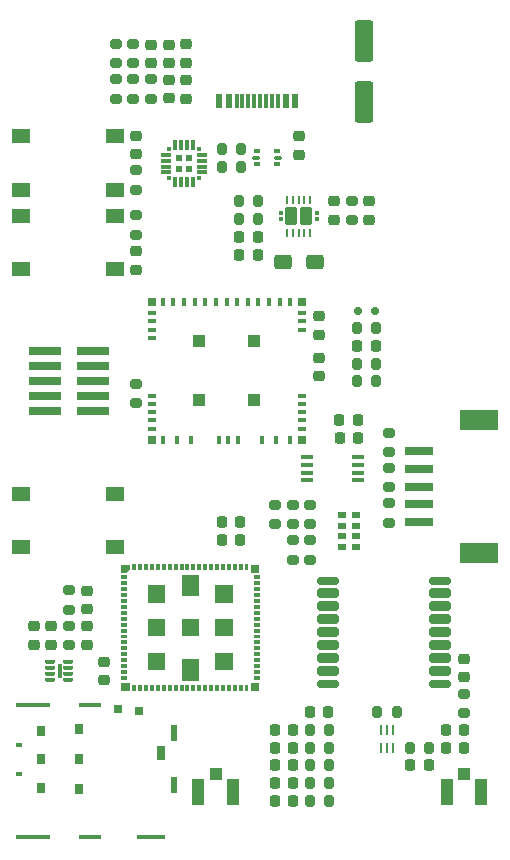
<source format=gtp>
G04 #@! TF.GenerationSoftware,KiCad,Pcbnew,9.0.7*
G04 #@! TF.CreationDate,2026-02-19T12:47:42+01:00*
G04 #@! TF.ProjectId,FishIoT,46697368-496f-4542-9e6b-696361645f70,version 26.0*
G04 #@! TF.SameCoordinates,Original*
G04 #@! TF.FileFunction,Paste,Top*
G04 #@! TF.FilePolarity,Positive*
%FSLAX46Y46*%
G04 Gerber Fmt 4.6, Leading zero omitted, Abs format (unit mm)*
G04 Created by KiCad (PCBNEW 9.0.7) date 2026-02-19 12:47:42*
%MOMM*%
%LPD*%
G01*
G04 APERTURE LIST*
G04 Aperture macros list*
%AMRoundRect*
0 Rectangle with rounded corners*
0 $1 Rounding radius*
0 $2 $3 $4 $5 $6 $7 $8 $9 X,Y pos of 4 corners*
0 Add a 4 corners polygon primitive as box body*
4,1,4,$2,$3,$4,$5,$6,$7,$8,$9,$2,$3,0*
0 Add four circle primitives for the rounded corners*
1,1,$1+$1,$2,$3*
1,1,$1+$1,$4,$5*
1,1,$1+$1,$6,$7*
1,1,$1+$1,$8,$9*
0 Add four rect primitives between the rounded corners*
20,1,$1+$1,$2,$3,$4,$5,0*
20,1,$1+$1,$4,$5,$6,$7,0*
20,1,$1+$1,$6,$7,$8,$9,0*
20,1,$1+$1,$8,$9,$2,$3,0*%
G04 Aperture macros list end*
%ADD10C,0.010000*%
%ADD11RoundRect,0.250000X0.550000X-1.500000X0.550000X1.500000X-0.550000X1.500000X-0.550000X-1.500000X0*%
%ADD12RoundRect,0.225000X-0.225000X-0.250000X0.225000X-0.250000X0.225000X0.250000X-0.225000X0.250000X0*%
%ADD13R,1.550000X1.300000*%
%ADD14RoundRect,0.218750X-0.218750X-0.256250X0.218750X-0.256250X0.218750X0.256250X-0.218750X0.256250X0*%
%ADD15RoundRect,0.225000X0.225000X0.250000X-0.225000X0.250000X-0.225000X-0.250000X0.225000X-0.250000X0*%
%ADD16R,0.254000X0.812800*%
%ADD17RoundRect,0.218750X0.218750X0.256250X-0.218750X0.256250X-0.218750X-0.256250X0.218750X-0.256250X0*%
%ADD18RoundRect,0.200000X0.275000X-0.200000X0.275000X0.200000X-0.275000X0.200000X-0.275000X-0.200000X0*%
%ADD19RoundRect,0.225000X0.250000X-0.225000X0.250000X0.225000X-0.250000X0.225000X-0.250000X-0.225000X0*%
%ADD20RoundRect,0.200000X-0.200000X-0.275000X0.200000X-0.275000X0.200000X0.275000X-0.200000X0.275000X0*%
%ADD21RoundRect,0.200000X-0.275000X0.200000X-0.275000X-0.200000X0.275000X-0.200000X0.275000X0.200000X0*%
%ADD22RoundRect,0.225000X-0.250000X0.225000X-0.250000X-0.225000X0.250000X-0.225000X0.250000X0.225000X0*%
%ADD23R,0.540000X0.540000*%
%ADD24R,0.300000X0.300000*%
%ADD25R,0.900000X0.300000*%
%ADD26R,0.300000X0.900000*%
%ADD27RoundRect,0.150000X-0.150000X-0.200000X0.150000X-0.200000X0.150000X0.200000X-0.150000X0.200000X0*%
%ADD28RoundRect,0.200000X0.200000X0.275000X-0.200000X0.275000X-0.200000X-0.275000X0.200000X-0.275000X0*%
%ADD29RoundRect,0.250000X-0.500000X-0.350000X0.500000X-0.350000X0.500000X0.350000X-0.500000X0.350000X0*%
%ADD30R,0.700000X0.900000*%
%ADD31R,0.700000X0.700000*%
%ADD32R,0.650000X1.200000*%
%ADD33R,2.900000X0.450000*%
%ADD34R,1.900000X0.450000*%
%ADD35R,0.700000X0.750000*%
%ADD36R,0.500000X1.400000*%
%ADD37R,2.400000X0.450000*%
%ADD38R,0.600000X0.300000*%
%ADD39RoundRect,0.093750X0.156250X0.093750X-0.156250X0.093750X-0.156250X-0.093750X0.156250X-0.093750X0*%
%ADD40RoundRect,0.075000X0.250000X0.075000X-0.250000X0.075000X-0.250000X-0.075000X0.250000X-0.075000X0*%
%ADD41R,2.795000X0.740000*%
%ADD42RoundRect,0.218750X0.256250X-0.218750X0.256250X0.218750X-0.256250X0.218750X-0.256250X-0.218750X0*%
%ADD43R,1.000000X1.050000*%
%ADD44R,1.050000X2.200000*%
%ADD45R,0.800000X0.500000*%
%ADD46R,0.400000X0.800000*%
%ADD47R,0.800000X0.400000*%
%ADD48R,0.800000X0.800000*%
%ADD49R,1.000000X1.000000*%
%ADD50RoundRect,0.025000X0.145000X-0.100000X0.145000X0.100000X-0.145000X0.100000X-0.145000X-0.100000X0*%
%ADD51RoundRect,0.106000X0.424000X-0.644000X0.424000X0.644000X-0.424000X0.644000X-0.424000X-0.644000X0*%
%ADD52RoundRect,0.060000X0.060000X-0.240000X0.060000X0.240000X-0.060000X0.240000X-0.060000X-0.240000X0*%
%ADD53RoundRect,0.218750X-0.256250X0.218750X-0.256250X-0.218750X0.256250X-0.218750X0.256250X0.218750X0*%
%ADD54RoundRect,0.175000X-0.725000X-0.175000X0.725000X-0.175000X0.725000X0.175000X-0.725000X0.175000X0*%
%ADD55RoundRect,0.200000X-0.700000X-0.200000X0.700000X-0.200000X0.700000X0.200000X-0.700000X0.200000X0*%
%ADD56R,0.600000X1.150000*%
%ADD57R,0.300000X1.150000*%
%ADD58RoundRect,0.008100X-0.376900X-0.126900X0.376900X-0.126900X0.376900X0.126900X-0.376900X0.126900X0*%
%ADD59R,2.400000X0.800000*%
%ADD60R,3.300000X1.800000*%
%ADD61R,1.100000X0.400000*%
G04 APERTURE END LIST*
D10*
X96850000Y-85040000D02*
X96590000Y-85040000D01*
X96590000Y-83960000D01*
X96850000Y-83960000D01*
X96850000Y-85040000D01*
G36*
X96850000Y-85040000D02*
G01*
X96590000Y-85040000D01*
X96590000Y-83960000D01*
X96850000Y-83960000D01*
X96850000Y-85040000D01*
G37*
X102400000Y-76675000D02*
X101950000Y-76675000D01*
X101950000Y-76425000D01*
X102400000Y-76425000D01*
X102400000Y-76675000D01*
G36*
X102400000Y-76675000D02*
G01*
X101950000Y-76675000D01*
X101950000Y-76425000D01*
X102400000Y-76425000D01*
X102400000Y-76675000D01*
G37*
X102400000Y-77175000D02*
X101950000Y-77175000D01*
X101950000Y-76925000D01*
X102400000Y-76925000D01*
X102400000Y-77175000D01*
G36*
X102400000Y-77175000D02*
G01*
X101950000Y-77175000D01*
X101950000Y-76925000D01*
X102400000Y-76925000D01*
X102400000Y-77175000D01*
G37*
X102400000Y-77675000D02*
X101950000Y-77675000D01*
X101950000Y-77425000D01*
X102400000Y-77425000D01*
X102400000Y-77675000D01*
G36*
X102400000Y-77675000D02*
G01*
X101950000Y-77675000D01*
X101950000Y-77425000D01*
X102400000Y-77425000D01*
X102400000Y-77675000D01*
G37*
X102400000Y-78175000D02*
X101950000Y-78175000D01*
X101950000Y-77925000D01*
X102400000Y-77925000D01*
X102400000Y-78175000D01*
G36*
X102400000Y-78175000D02*
G01*
X101950000Y-78175000D01*
X101950000Y-77925000D01*
X102400000Y-77925000D01*
X102400000Y-78175000D01*
G37*
X102400000Y-78675000D02*
X101950000Y-78675000D01*
X101950000Y-78425000D01*
X102400000Y-78425000D01*
X102400000Y-78675000D01*
G36*
X102400000Y-78675000D02*
G01*
X101950000Y-78675000D01*
X101950000Y-78425000D01*
X102400000Y-78425000D01*
X102400000Y-78675000D01*
G37*
X102400000Y-79175000D02*
X101950000Y-79175000D01*
X101950000Y-78925000D01*
X102400000Y-78925000D01*
X102400000Y-79175000D01*
G36*
X102400000Y-79175000D02*
G01*
X101950000Y-79175000D01*
X101950000Y-78925000D01*
X102400000Y-78925000D01*
X102400000Y-79175000D01*
G37*
X102400000Y-79675000D02*
X101950000Y-79675000D01*
X101950000Y-79425000D01*
X102400000Y-79425000D01*
X102400000Y-79675000D01*
G36*
X102400000Y-79675000D02*
G01*
X101950000Y-79675000D01*
X101950000Y-79425000D01*
X102400000Y-79425000D01*
X102400000Y-79675000D01*
G37*
X102400000Y-80175000D02*
X101950000Y-80175000D01*
X101950000Y-79925000D01*
X102400000Y-79925000D01*
X102400000Y-80175000D01*
G36*
X102400000Y-80175000D02*
G01*
X101950000Y-80175000D01*
X101950000Y-79925000D01*
X102400000Y-79925000D01*
X102400000Y-80175000D01*
G37*
X102400000Y-80675000D02*
X101950000Y-80675000D01*
X101950000Y-80425000D01*
X102400000Y-80425000D01*
X102400000Y-80675000D01*
G36*
X102400000Y-80675000D02*
G01*
X101950000Y-80675000D01*
X101950000Y-80425000D01*
X102400000Y-80425000D01*
X102400000Y-80675000D01*
G37*
X102400000Y-81175000D02*
X101950000Y-81175000D01*
X101950000Y-80925000D01*
X102400000Y-80925000D01*
X102400000Y-81175000D01*
G36*
X102400000Y-81175000D02*
G01*
X101950000Y-81175000D01*
X101950000Y-80925000D01*
X102400000Y-80925000D01*
X102400000Y-81175000D01*
G37*
X102400000Y-81675000D02*
X101950000Y-81675000D01*
X101950000Y-81425000D01*
X102400000Y-81425000D01*
X102400000Y-81675000D01*
G36*
X102400000Y-81675000D02*
G01*
X101950000Y-81675000D01*
X101950000Y-81425000D01*
X102400000Y-81425000D01*
X102400000Y-81675000D01*
G37*
X102400000Y-82175000D02*
X101950000Y-82175000D01*
X101950000Y-81925000D01*
X102400000Y-81925000D01*
X102400000Y-82175000D01*
G36*
X102400000Y-82175000D02*
G01*
X101950000Y-82175000D01*
X101950000Y-81925000D01*
X102400000Y-81925000D01*
X102400000Y-82175000D01*
G37*
X102400000Y-82675000D02*
X101950000Y-82675000D01*
X101950000Y-82425000D01*
X102400000Y-82425000D01*
X102400000Y-82675000D01*
G36*
X102400000Y-82675000D02*
G01*
X101950000Y-82675000D01*
X101950000Y-82425000D01*
X102400000Y-82425000D01*
X102400000Y-82675000D01*
G37*
X102400000Y-83175000D02*
X101950000Y-83175000D01*
X101950000Y-82925000D01*
X102400000Y-82925000D01*
X102400000Y-83175000D01*
G36*
X102400000Y-83175000D02*
G01*
X101950000Y-83175000D01*
X101950000Y-82925000D01*
X102400000Y-82925000D01*
X102400000Y-83175000D01*
G37*
X102400000Y-83675000D02*
X101950000Y-83675000D01*
X101950000Y-83425000D01*
X102400000Y-83425000D01*
X102400000Y-83675000D01*
G36*
X102400000Y-83675000D02*
G01*
X101950000Y-83675000D01*
X101950000Y-83425000D01*
X102400000Y-83425000D01*
X102400000Y-83675000D01*
G37*
X102400000Y-84175000D02*
X101950000Y-84175000D01*
X101950000Y-83925000D01*
X102400000Y-83925000D01*
X102400000Y-84175000D01*
G36*
X102400000Y-84175000D02*
G01*
X101950000Y-84175000D01*
X101950000Y-83925000D01*
X102400000Y-83925000D01*
X102400000Y-84175000D01*
G37*
X102400000Y-84675000D02*
X101950000Y-84675000D01*
X101950000Y-84425000D01*
X102400000Y-84425000D01*
X102400000Y-84675000D01*
G36*
X102400000Y-84675000D02*
G01*
X101950000Y-84675000D01*
X101950000Y-84425000D01*
X102400000Y-84425000D01*
X102400000Y-84675000D01*
G37*
X102400000Y-85175000D02*
X101950000Y-85175000D01*
X101950000Y-84925000D01*
X102400000Y-84925000D01*
X102400000Y-85175000D01*
G36*
X102400000Y-85175000D02*
G01*
X101950000Y-85175000D01*
X101950000Y-84925000D01*
X102400000Y-84925000D01*
X102400000Y-85175000D01*
G37*
X102605000Y-86105000D02*
X101995000Y-86105000D01*
X101995000Y-85495000D01*
X102605000Y-85495000D01*
X102605000Y-86105000D01*
G36*
X102605000Y-86105000D02*
G01*
X101995000Y-86105000D01*
X101995000Y-85495000D01*
X102605000Y-85495000D01*
X102605000Y-86105000D01*
G37*
X103175000Y-75900000D02*
X102925000Y-75900000D01*
X102925000Y-75450000D01*
X103175000Y-75450000D01*
X103175000Y-75900000D01*
G36*
X103175000Y-75900000D02*
G01*
X102925000Y-75900000D01*
X102925000Y-75450000D01*
X103175000Y-75450000D01*
X103175000Y-75900000D01*
G37*
X103175000Y-86150000D02*
X102925000Y-86150000D01*
X102925000Y-85700000D01*
X103175000Y-85700000D01*
X103175000Y-86150000D01*
G36*
X103175000Y-86150000D02*
G01*
X102925000Y-86150000D01*
X102925000Y-85700000D01*
X103175000Y-85700000D01*
X103175000Y-86150000D01*
G37*
X103675000Y-75900000D02*
X103425000Y-75900000D01*
X103425000Y-75450000D01*
X103675000Y-75450000D01*
X103675000Y-75900000D01*
G36*
X103675000Y-75900000D02*
G01*
X103425000Y-75900000D01*
X103425000Y-75450000D01*
X103675000Y-75450000D01*
X103675000Y-75900000D01*
G37*
X103675000Y-86150000D02*
X103425000Y-86150000D01*
X103425000Y-85700000D01*
X103675000Y-85700000D01*
X103675000Y-86150000D01*
G36*
X103675000Y-86150000D02*
G01*
X103425000Y-86150000D01*
X103425000Y-85700000D01*
X103675000Y-85700000D01*
X103675000Y-86150000D01*
G37*
X104175000Y-75900000D02*
X103925000Y-75900000D01*
X103925000Y-75450000D01*
X104175000Y-75450000D01*
X104175000Y-75900000D01*
G36*
X104175000Y-75900000D02*
G01*
X103925000Y-75900000D01*
X103925000Y-75450000D01*
X104175000Y-75450000D01*
X104175000Y-75900000D01*
G37*
X104175000Y-86150000D02*
X103925000Y-86150000D01*
X103925000Y-85700000D01*
X104175000Y-85700000D01*
X104175000Y-86150000D01*
G36*
X104175000Y-86150000D02*
G01*
X103925000Y-86150000D01*
X103925000Y-85700000D01*
X104175000Y-85700000D01*
X104175000Y-86150000D01*
G37*
X105645000Y-78645000D02*
X104255000Y-78645000D01*
X104255000Y-77255000D01*
X105645000Y-77255000D01*
X105645000Y-78645000D01*
G36*
X105645000Y-78645000D02*
G01*
X104255000Y-78645000D01*
X104255000Y-77255000D01*
X105645000Y-77255000D01*
X105645000Y-78645000D01*
G37*
X105645000Y-81495000D02*
X104255000Y-81495000D01*
X104255000Y-80105000D01*
X105645000Y-80105000D01*
X105645000Y-81495000D01*
G36*
X105645000Y-81495000D02*
G01*
X104255000Y-81495000D01*
X104255000Y-80105000D01*
X105645000Y-80105000D01*
X105645000Y-81495000D01*
G37*
X105645000Y-84345000D02*
X104255000Y-84345000D01*
X104255000Y-82955000D01*
X105645000Y-82955000D01*
X105645000Y-84345000D01*
G36*
X105645000Y-84345000D02*
G01*
X104255000Y-84345000D01*
X104255000Y-82955000D01*
X105645000Y-82955000D01*
X105645000Y-84345000D01*
G37*
X104675000Y-75900000D02*
X104425000Y-75900000D01*
X104425000Y-75450000D01*
X104675000Y-75450000D01*
X104675000Y-75900000D01*
G36*
X104675000Y-75900000D02*
G01*
X104425000Y-75900000D01*
X104425000Y-75450000D01*
X104675000Y-75450000D01*
X104675000Y-75900000D01*
G37*
X104675000Y-86150000D02*
X104425000Y-86150000D01*
X104425000Y-85700000D01*
X104675000Y-85700000D01*
X104675000Y-86150000D01*
G36*
X104675000Y-86150000D02*
G01*
X104425000Y-86150000D01*
X104425000Y-85700000D01*
X104675000Y-85700000D01*
X104675000Y-86150000D01*
G37*
X105175000Y-75900000D02*
X104925000Y-75900000D01*
X104925000Y-75450000D01*
X105175000Y-75450000D01*
X105175000Y-75900000D01*
G36*
X105175000Y-75900000D02*
G01*
X104925000Y-75900000D01*
X104925000Y-75450000D01*
X105175000Y-75450000D01*
X105175000Y-75900000D01*
G37*
X105175000Y-86150000D02*
X104925000Y-86150000D01*
X104925000Y-85700000D01*
X105175000Y-85700000D01*
X105175000Y-86150000D01*
G36*
X105175000Y-86150000D02*
G01*
X104925000Y-86150000D01*
X104925000Y-85700000D01*
X105175000Y-85700000D01*
X105175000Y-86150000D01*
G37*
X105675000Y-75900000D02*
X105425000Y-75900000D01*
X105425000Y-75450000D01*
X105675000Y-75450000D01*
X105675000Y-75900000D01*
G36*
X105675000Y-75900000D02*
G01*
X105425000Y-75900000D01*
X105425000Y-75450000D01*
X105675000Y-75450000D01*
X105675000Y-75900000D01*
G37*
X105675000Y-86150000D02*
X105425000Y-86150000D01*
X105425000Y-85700000D01*
X105675000Y-85700000D01*
X105675000Y-86150000D01*
G36*
X105675000Y-86150000D02*
G01*
X105425000Y-86150000D01*
X105425000Y-85700000D01*
X105675000Y-85700000D01*
X105675000Y-86150000D01*
G37*
X106175000Y-75900000D02*
X105925000Y-75900000D01*
X105925000Y-75450000D01*
X106175000Y-75450000D01*
X106175000Y-75900000D01*
G36*
X106175000Y-75900000D02*
G01*
X105925000Y-75900000D01*
X105925000Y-75450000D01*
X106175000Y-75450000D01*
X106175000Y-75900000D01*
G37*
X106175000Y-86150000D02*
X105925000Y-86150000D01*
X105925000Y-85700000D01*
X106175000Y-85700000D01*
X106175000Y-86150000D01*
G36*
X106175000Y-86150000D02*
G01*
X105925000Y-86150000D01*
X105925000Y-85700000D01*
X106175000Y-85700000D01*
X106175000Y-86150000D01*
G37*
X106675000Y-75900000D02*
X106425000Y-75900000D01*
X106425000Y-75450000D01*
X106675000Y-75450000D01*
X106675000Y-75900000D01*
G36*
X106675000Y-75900000D02*
G01*
X106425000Y-75900000D01*
X106425000Y-75450000D01*
X106675000Y-75450000D01*
X106675000Y-75900000D01*
G37*
X106675000Y-86150000D02*
X106425000Y-86150000D01*
X106425000Y-85700000D01*
X106675000Y-85700000D01*
X106675000Y-86150000D01*
G36*
X106675000Y-86150000D02*
G01*
X106425000Y-86150000D01*
X106425000Y-85700000D01*
X106675000Y-85700000D01*
X106675000Y-86150000D01*
G37*
X107175000Y-75900000D02*
X106925000Y-75900000D01*
X106925000Y-75450000D01*
X107175000Y-75450000D01*
X107175000Y-75900000D01*
G36*
X107175000Y-75900000D02*
G01*
X106925000Y-75900000D01*
X106925000Y-75450000D01*
X107175000Y-75450000D01*
X107175000Y-75900000D01*
G37*
X107175000Y-86150000D02*
X106925000Y-86150000D01*
X106925000Y-85700000D01*
X107175000Y-85700000D01*
X107175000Y-86150000D01*
G36*
X107175000Y-86150000D02*
G01*
X106925000Y-86150000D01*
X106925000Y-85700000D01*
X107175000Y-85700000D01*
X107175000Y-86150000D01*
G37*
X108495000Y-81495000D02*
X107105000Y-81495000D01*
X107105000Y-80105000D01*
X108495000Y-80105000D01*
X108495000Y-81495000D01*
G36*
X108495000Y-81495000D02*
G01*
X107105000Y-81495000D01*
X107105000Y-80105000D01*
X108495000Y-80105000D01*
X108495000Y-81495000D01*
G37*
X108475000Y-78100000D02*
X107125000Y-78100000D01*
X107125000Y-76350000D01*
X108475000Y-76350000D01*
X108475000Y-78100000D01*
G36*
X108475000Y-78100000D02*
G01*
X107125000Y-78100000D01*
X107125000Y-76350000D01*
X108475000Y-76350000D01*
X108475000Y-78100000D01*
G37*
X108475000Y-85250000D02*
X107125000Y-85250000D01*
X107125000Y-83500000D01*
X108475000Y-83500000D01*
X108475000Y-85250000D01*
G36*
X108475000Y-85250000D02*
G01*
X107125000Y-85250000D01*
X107125000Y-83500000D01*
X108475000Y-83500000D01*
X108475000Y-85250000D01*
G37*
X107675000Y-75900000D02*
X107425000Y-75900000D01*
X107425000Y-75450000D01*
X107675000Y-75450000D01*
X107675000Y-75900000D01*
G36*
X107675000Y-75900000D02*
G01*
X107425000Y-75900000D01*
X107425000Y-75450000D01*
X107675000Y-75450000D01*
X107675000Y-75900000D01*
G37*
X107675000Y-86150000D02*
X107425000Y-86150000D01*
X107425000Y-85700000D01*
X107675000Y-85700000D01*
X107675000Y-86150000D01*
G36*
X107675000Y-86150000D02*
G01*
X107425000Y-86150000D01*
X107425000Y-85700000D01*
X107675000Y-85700000D01*
X107675000Y-86150000D01*
G37*
X108175000Y-75900000D02*
X107925000Y-75900000D01*
X107925000Y-75450000D01*
X108175000Y-75450000D01*
X108175000Y-75900000D01*
G36*
X108175000Y-75900000D02*
G01*
X107925000Y-75900000D01*
X107925000Y-75450000D01*
X108175000Y-75450000D01*
X108175000Y-75900000D01*
G37*
X108175000Y-86150000D02*
X107925000Y-86150000D01*
X107925000Y-85700000D01*
X108175000Y-85700000D01*
X108175000Y-86150000D01*
G36*
X108175000Y-86150000D02*
G01*
X107925000Y-86150000D01*
X107925000Y-85700000D01*
X108175000Y-85700000D01*
X108175000Y-86150000D01*
G37*
X108675000Y-75900000D02*
X108425000Y-75900000D01*
X108425000Y-75450000D01*
X108675000Y-75450000D01*
X108675000Y-75900000D01*
G36*
X108675000Y-75900000D02*
G01*
X108425000Y-75900000D01*
X108425000Y-75450000D01*
X108675000Y-75450000D01*
X108675000Y-75900000D01*
G37*
X108675000Y-86150000D02*
X108425000Y-86150000D01*
X108425000Y-85700000D01*
X108675000Y-85700000D01*
X108675000Y-86150000D01*
G36*
X108675000Y-86150000D02*
G01*
X108425000Y-86150000D01*
X108425000Y-85700000D01*
X108675000Y-85700000D01*
X108675000Y-86150000D01*
G37*
X109175000Y-75900000D02*
X108925000Y-75900000D01*
X108925000Y-75450000D01*
X109175000Y-75450000D01*
X109175000Y-75900000D01*
G36*
X109175000Y-75900000D02*
G01*
X108925000Y-75900000D01*
X108925000Y-75450000D01*
X109175000Y-75450000D01*
X109175000Y-75900000D01*
G37*
X109175000Y-86150000D02*
X108925000Y-86150000D01*
X108925000Y-85700000D01*
X109175000Y-85700000D01*
X109175000Y-86150000D01*
G36*
X109175000Y-86150000D02*
G01*
X108925000Y-86150000D01*
X108925000Y-85700000D01*
X109175000Y-85700000D01*
X109175000Y-86150000D01*
G37*
X109675000Y-75900000D02*
X109425000Y-75900000D01*
X109425000Y-75450000D01*
X109675000Y-75450000D01*
X109675000Y-75900000D01*
G36*
X109675000Y-75900000D02*
G01*
X109425000Y-75900000D01*
X109425000Y-75450000D01*
X109675000Y-75450000D01*
X109675000Y-75900000D01*
G37*
X109675000Y-86150000D02*
X109425000Y-86150000D01*
X109425000Y-85700000D01*
X109675000Y-85700000D01*
X109675000Y-86150000D01*
G36*
X109675000Y-86150000D02*
G01*
X109425000Y-86150000D01*
X109425000Y-85700000D01*
X109675000Y-85700000D01*
X109675000Y-86150000D01*
G37*
X110175000Y-75900000D02*
X109925000Y-75900000D01*
X109925000Y-75450000D01*
X110175000Y-75450000D01*
X110175000Y-75900000D01*
G36*
X110175000Y-75900000D02*
G01*
X109925000Y-75900000D01*
X109925000Y-75450000D01*
X110175000Y-75450000D01*
X110175000Y-75900000D01*
G37*
X110175000Y-86150000D02*
X109925000Y-86150000D01*
X109925000Y-85700000D01*
X110175000Y-85700000D01*
X110175000Y-86150000D01*
G36*
X110175000Y-86150000D02*
G01*
X109925000Y-86150000D01*
X109925000Y-85700000D01*
X110175000Y-85700000D01*
X110175000Y-86150000D01*
G37*
X111345000Y-78645000D02*
X109955000Y-78645000D01*
X109955000Y-77255000D01*
X111345000Y-77255000D01*
X111345000Y-78645000D01*
G36*
X111345000Y-78645000D02*
G01*
X109955000Y-78645000D01*
X109955000Y-77255000D01*
X111345000Y-77255000D01*
X111345000Y-78645000D01*
G37*
X111345000Y-81495000D02*
X109955000Y-81495000D01*
X109955000Y-80105000D01*
X111345000Y-80105000D01*
X111345000Y-81495000D01*
G36*
X111345000Y-81495000D02*
G01*
X109955000Y-81495000D01*
X109955000Y-80105000D01*
X111345000Y-80105000D01*
X111345000Y-81495000D01*
G37*
X111345000Y-84345000D02*
X109955000Y-84345000D01*
X109955000Y-82955000D01*
X111345000Y-82955000D01*
X111345000Y-84345000D01*
G36*
X111345000Y-84345000D02*
G01*
X109955000Y-84345000D01*
X109955000Y-82955000D01*
X111345000Y-82955000D01*
X111345000Y-84345000D01*
G37*
X110675000Y-75900000D02*
X110425000Y-75900000D01*
X110425000Y-75450000D01*
X110675000Y-75450000D01*
X110675000Y-75900000D01*
G36*
X110675000Y-75900000D02*
G01*
X110425000Y-75900000D01*
X110425000Y-75450000D01*
X110675000Y-75450000D01*
X110675000Y-75900000D01*
G37*
X110675000Y-86150000D02*
X110425000Y-86150000D01*
X110425000Y-85700000D01*
X110675000Y-85700000D01*
X110675000Y-86150000D01*
G36*
X110675000Y-86150000D02*
G01*
X110425000Y-86150000D01*
X110425000Y-85700000D01*
X110675000Y-85700000D01*
X110675000Y-86150000D01*
G37*
X111175000Y-75900000D02*
X110925000Y-75900000D01*
X110925000Y-75450000D01*
X111175000Y-75450000D01*
X111175000Y-75900000D01*
G36*
X111175000Y-75900000D02*
G01*
X110925000Y-75900000D01*
X110925000Y-75450000D01*
X111175000Y-75450000D01*
X111175000Y-75900000D01*
G37*
X111175000Y-86150000D02*
X110925000Y-86150000D01*
X110925000Y-85700000D01*
X111175000Y-85700000D01*
X111175000Y-86150000D01*
G36*
X111175000Y-86150000D02*
G01*
X110925000Y-86150000D01*
X110925000Y-85700000D01*
X111175000Y-85700000D01*
X111175000Y-86150000D01*
G37*
X111675000Y-75900000D02*
X111425000Y-75900000D01*
X111425000Y-75450000D01*
X111675000Y-75450000D01*
X111675000Y-75900000D01*
G36*
X111675000Y-75900000D02*
G01*
X111425000Y-75900000D01*
X111425000Y-75450000D01*
X111675000Y-75450000D01*
X111675000Y-75900000D01*
G37*
X111675000Y-86150000D02*
X111425000Y-86150000D01*
X111425000Y-85700000D01*
X111675000Y-85700000D01*
X111675000Y-86150000D01*
G36*
X111675000Y-86150000D02*
G01*
X111425000Y-86150000D01*
X111425000Y-85700000D01*
X111675000Y-85700000D01*
X111675000Y-86150000D01*
G37*
X112175000Y-75900000D02*
X111925000Y-75900000D01*
X111925000Y-75450000D01*
X112175000Y-75450000D01*
X112175000Y-75900000D01*
G36*
X112175000Y-75900000D02*
G01*
X111925000Y-75900000D01*
X111925000Y-75450000D01*
X112175000Y-75450000D01*
X112175000Y-75900000D01*
G37*
X112175000Y-86150000D02*
X111925000Y-86150000D01*
X111925000Y-85700000D01*
X112175000Y-85700000D01*
X112175000Y-86150000D01*
G36*
X112175000Y-86150000D02*
G01*
X111925000Y-86150000D01*
X111925000Y-85700000D01*
X112175000Y-85700000D01*
X112175000Y-86150000D01*
G37*
X112675000Y-75900000D02*
X112425000Y-75900000D01*
X112425000Y-75450000D01*
X112675000Y-75450000D01*
X112675000Y-75900000D01*
G36*
X112675000Y-75900000D02*
G01*
X112425000Y-75900000D01*
X112425000Y-75450000D01*
X112675000Y-75450000D01*
X112675000Y-75900000D01*
G37*
X112675000Y-86150000D02*
X112425000Y-86150000D01*
X112425000Y-85700000D01*
X112675000Y-85700000D01*
X112675000Y-86150000D01*
G36*
X112675000Y-86150000D02*
G01*
X112425000Y-86150000D01*
X112425000Y-85700000D01*
X112675000Y-85700000D01*
X112675000Y-86150000D01*
G37*
X113605000Y-76105000D02*
X112995000Y-76105000D01*
X112995000Y-75495000D01*
X113605000Y-75495000D01*
X113605000Y-76105000D01*
G36*
X113605000Y-76105000D02*
G01*
X112995000Y-76105000D01*
X112995000Y-75495000D01*
X113605000Y-75495000D01*
X113605000Y-76105000D01*
G37*
X113605000Y-86105000D02*
X112995000Y-86105000D01*
X112995000Y-85495000D01*
X113605000Y-85495000D01*
X113605000Y-86105000D01*
G36*
X113605000Y-86105000D02*
G01*
X112995000Y-86105000D01*
X112995000Y-85495000D01*
X113605000Y-85495000D01*
X113605000Y-86105000D01*
G37*
X113650000Y-76675000D02*
X113200000Y-76675000D01*
X113200000Y-76425000D01*
X113650000Y-76425000D01*
X113650000Y-76675000D01*
G36*
X113650000Y-76675000D02*
G01*
X113200000Y-76675000D01*
X113200000Y-76425000D01*
X113650000Y-76425000D01*
X113650000Y-76675000D01*
G37*
X113650000Y-77175000D02*
X113200000Y-77175000D01*
X113200000Y-76925000D01*
X113650000Y-76925000D01*
X113650000Y-77175000D01*
G36*
X113650000Y-77175000D02*
G01*
X113200000Y-77175000D01*
X113200000Y-76925000D01*
X113650000Y-76925000D01*
X113650000Y-77175000D01*
G37*
X113650000Y-77675000D02*
X113200000Y-77675000D01*
X113200000Y-77425000D01*
X113650000Y-77425000D01*
X113650000Y-77675000D01*
G36*
X113650000Y-77675000D02*
G01*
X113200000Y-77675000D01*
X113200000Y-77425000D01*
X113650000Y-77425000D01*
X113650000Y-77675000D01*
G37*
X113650000Y-78175000D02*
X113200000Y-78175000D01*
X113200000Y-77925000D01*
X113650000Y-77925000D01*
X113650000Y-78175000D01*
G36*
X113650000Y-78175000D02*
G01*
X113200000Y-78175000D01*
X113200000Y-77925000D01*
X113650000Y-77925000D01*
X113650000Y-78175000D01*
G37*
X113650000Y-78675000D02*
X113200000Y-78675000D01*
X113200000Y-78425000D01*
X113650000Y-78425000D01*
X113650000Y-78675000D01*
G36*
X113650000Y-78675000D02*
G01*
X113200000Y-78675000D01*
X113200000Y-78425000D01*
X113650000Y-78425000D01*
X113650000Y-78675000D01*
G37*
X113650000Y-79175000D02*
X113200000Y-79175000D01*
X113200000Y-78925000D01*
X113650000Y-78925000D01*
X113650000Y-79175000D01*
G36*
X113650000Y-79175000D02*
G01*
X113200000Y-79175000D01*
X113200000Y-78925000D01*
X113650000Y-78925000D01*
X113650000Y-79175000D01*
G37*
X113650000Y-79675000D02*
X113200000Y-79675000D01*
X113200000Y-79425000D01*
X113650000Y-79425000D01*
X113650000Y-79675000D01*
G36*
X113650000Y-79675000D02*
G01*
X113200000Y-79675000D01*
X113200000Y-79425000D01*
X113650000Y-79425000D01*
X113650000Y-79675000D01*
G37*
X113650000Y-80175000D02*
X113200000Y-80175000D01*
X113200000Y-79925000D01*
X113650000Y-79925000D01*
X113650000Y-80175000D01*
G36*
X113650000Y-80175000D02*
G01*
X113200000Y-80175000D01*
X113200000Y-79925000D01*
X113650000Y-79925000D01*
X113650000Y-80175000D01*
G37*
X113650000Y-80675000D02*
X113200000Y-80675000D01*
X113200000Y-80425000D01*
X113650000Y-80425000D01*
X113650000Y-80675000D01*
G36*
X113650000Y-80675000D02*
G01*
X113200000Y-80675000D01*
X113200000Y-80425000D01*
X113650000Y-80425000D01*
X113650000Y-80675000D01*
G37*
X113650000Y-81175000D02*
X113200000Y-81175000D01*
X113200000Y-80925000D01*
X113650000Y-80925000D01*
X113650000Y-81175000D01*
G36*
X113650000Y-81175000D02*
G01*
X113200000Y-81175000D01*
X113200000Y-80925000D01*
X113650000Y-80925000D01*
X113650000Y-81175000D01*
G37*
X113650000Y-81675000D02*
X113200000Y-81675000D01*
X113200000Y-81425000D01*
X113650000Y-81425000D01*
X113650000Y-81675000D01*
G36*
X113650000Y-81675000D02*
G01*
X113200000Y-81675000D01*
X113200000Y-81425000D01*
X113650000Y-81425000D01*
X113650000Y-81675000D01*
G37*
X113650000Y-82175000D02*
X113200000Y-82175000D01*
X113200000Y-81925000D01*
X113650000Y-81925000D01*
X113650000Y-82175000D01*
G36*
X113650000Y-82175000D02*
G01*
X113200000Y-82175000D01*
X113200000Y-81925000D01*
X113650000Y-81925000D01*
X113650000Y-82175000D01*
G37*
X113650000Y-82675000D02*
X113200000Y-82675000D01*
X113200000Y-82425000D01*
X113650000Y-82425000D01*
X113650000Y-82675000D01*
G36*
X113650000Y-82675000D02*
G01*
X113200000Y-82675000D01*
X113200000Y-82425000D01*
X113650000Y-82425000D01*
X113650000Y-82675000D01*
G37*
X113650000Y-83175000D02*
X113200000Y-83175000D01*
X113200000Y-82925000D01*
X113650000Y-82925000D01*
X113650000Y-83175000D01*
G36*
X113650000Y-83175000D02*
G01*
X113200000Y-83175000D01*
X113200000Y-82925000D01*
X113650000Y-82925000D01*
X113650000Y-83175000D01*
G37*
X113650000Y-83675000D02*
X113200000Y-83675000D01*
X113200000Y-83425000D01*
X113650000Y-83425000D01*
X113650000Y-83675000D01*
G36*
X113650000Y-83675000D02*
G01*
X113200000Y-83675000D01*
X113200000Y-83425000D01*
X113650000Y-83425000D01*
X113650000Y-83675000D01*
G37*
X113650000Y-84175000D02*
X113200000Y-84175000D01*
X113200000Y-83925000D01*
X113650000Y-83925000D01*
X113650000Y-84175000D01*
G36*
X113650000Y-84175000D02*
G01*
X113200000Y-84175000D01*
X113200000Y-83925000D01*
X113650000Y-83925000D01*
X113650000Y-84175000D01*
G37*
X113650000Y-84675000D02*
X113200000Y-84675000D01*
X113200000Y-84425000D01*
X113650000Y-84425000D01*
X113650000Y-84675000D01*
G36*
X113650000Y-84675000D02*
G01*
X113200000Y-84675000D01*
X113200000Y-84425000D01*
X113650000Y-84425000D01*
X113650000Y-84675000D01*
G37*
X113650000Y-85175000D02*
X113200000Y-85175000D01*
X113200000Y-84925000D01*
X113650000Y-84925000D01*
X113650000Y-85175000D01*
G36*
X113650000Y-85175000D02*
G01*
X113200000Y-85175000D01*
X113200000Y-84925000D01*
X113650000Y-84925000D01*
X113650000Y-85175000D01*
G37*
X102605000Y-75900000D02*
X102400000Y-76105000D01*
X101995000Y-76105000D01*
X101995000Y-75495000D01*
X102605000Y-75495000D01*
X102605000Y-75900000D01*
G36*
X102605000Y-75900000D02*
G01*
X102400000Y-76105000D01*
X101995000Y-76105000D01*
X101995000Y-75495000D01*
X102605000Y-75495000D01*
X102605000Y-75900000D01*
G37*
D11*
X122500000Y-31200000D03*
X122500000Y-36300000D03*
D12*
X110525000Y-73400000D03*
X112075000Y-73400000D03*
D13*
X101475000Y-46000000D03*
X93525000Y-50500000D03*
X101475000Y-50500000D03*
X93525000Y-46000000D03*
D14*
X114962500Y-92500000D03*
X116537500Y-92500000D03*
D15*
X113525000Y-47750000D03*
X111975000Y-47750000D03*
D16*
X123999748Y-91000000D03*
X124499874Y-91000000D03*
X125000000Y-91000000D03*
X125000000Y-89501400D03*
X124499874Y-89501400D03*
X123999748Y-89501400D03*
D17*
X131037500Y-91000000D03*
X129462500Y-91000000D03*
D18*
X103250000Y-47575000D03*
X103250000Y-45925000D03*
D19*
X99075000Y-82275000D03*
X99075000Y-80725000D03*
D18*
X101500000Y-33075000D03*
X101500000Y-31425000D03*
D20*
X123675000Y-88000000D03*
X125325000Y-88000000D03*
D18*
X118000000Y-72075000D03*
X118000000Y-70425000D03*
D21*
X116500000Y-73425000D03*
X116500000Y-75075000D03*
D18*
X97575000Y-82325000D03*
X97575000Y-80675000D03*
D22*
X103250000Y-48975000D03*
X103250000Y-50525000D03*
D23*
X107750000Y-42000000D03*
X107750000Y-41100000D03*
X106850000Y-42000000D03*
X106850000Y-41100000D03*
D24*
X108550000Y-42800000D03*
D25*
X108850000Y-42300000D03*
X108850000Y-41800000D03*
X108850000Y-41300000D03*
X108850000Y-40800000D03*
D24*
X108550000Y-40300000D03*
D26*
X108050000Y-40000000D03*
X107550000Y-40000000D03*
X107050000Y-40000000D03*
X106550000Y-40000000D03*
D24*
X106050000Y-40300000D03*
D25*
X105750000Y-40800000D03*
X105750000Y-41300000D03*
X105750000Y-41800000D03*
X105750000Y-42300000D03*
D24*
X106050000Y-42800000D03*
D26*
X106550000Y-43100000D03*
X107050000Y-43100000D03*
X107550000Y-43100000D03*
X108050000Y-43100000D03*
D20*
X117925000Y-92500000D03*
X119575000Y-92500000D03*
D21*
X101500000Y-34425000D03*
X101500000Y-36075000D03*
D27*
X123450000Y-54000000D03*
X122050000Y-54000000D03*
D14*
X114962500Y-94000000D03*
X116537500Y-94000000D03*
D19*
X106000000Y-33025000D03*
X106000000Y-31475000D03*
D21*
X118000000Y-73425000D03*
X118000000Y-75075000D03*
D28*
X112125000Y-40300000D03*
X110475000Y-40300000D03*
D29*
X115650000Y-49850000D03*
X118350000Y-49850000D03*
D19*
X99075000Y-79275000D03*
X99075000Y-77725000D03*
D22*
X100500000Y-83725000D03*
X100500000Y-85275000D03*
D18*
X124650000Y-65975000D03*
X124650000Y-64325000D03*
D30*
X95200000Y-94440000D03*
X95200000Y-92000000D03*
X95200000Y-89560000D03*
X98370000Y-94540000D03*
X98370000Y-92000000D03*
X98370000Y-89460000D03*
D31*
X101700000Y-87730000D03*
D32*
X105375000Y-91450000D03*
D33*
X94500000Y-87405000D03*
D34*
X99350000Y-87405000D03*
D35*
X103500000Y-87905000D03*
D36*
X106450000Y-89800000D03*
X106450000Y-94200000D03*
D37*
X104500000Y-98555000D03*
D34*
X99350000Y-98555000D03*
D33*
X94500000Y-98555000D03*
D38*
X93350000Y-93220000D03*
X93350000Y-90780000D03*
D39*
X115150000Y-41587500D03*
D40*
X115225000Y-41050000D03*
D39*
X115150000Y-40512500D03*
X113450000Y-40512500D03*
D40*
X113375000Y-41050000D03*
D39*
X113450000Y-41587500D03*
D41*
X99565000Y-62500000D03*
X95500000Y-62500000D03*
X99565000Y-61230000D03*
X95500000Y-61230000D03*
X99565000Y-59960000D03*
X95500000Y-59960000D03*
X99565000Y-58690000D03*
X95500000Y-58690000D03*
X99565000Y-57420000D03*
X95500000Y-57420000D03*
D19*
X103250000Y-40725000D03*
X103250000Y-39175000D03*
D20*
X117925000Y-91000000D03*
X119575000Y-91000000D03*
D19*
X94575000Y-82275000D03*
X94575000Y-80725000D03*
X107500000Y-33000000D03*
X107500000Y-31450000D03*
X120000000Y-46300000D03*
X120000000Y-44750000D03*
D42*
X117000000Y-40787500D03*
X117000000Y-39212500D03*
D19*
X118750000Y-59525000D03*
X118750000Y-57975000D03*
D43*
X110000000Y-93225000D03*
D44*
X111475000Y-94750000D03*
X108525000Y-94750000D03*
D14*
X114962500Y-89500000D03*
X116537500Y-89500000D03*
D45*
X120650000Y-71300000D03*
X120650000Y-72200000D03*
X120650000Y-73100000D03*
X120650000Y-74000000D03*
X121850000Y-74000000D03*
X121850000Y-73100000D03*
X121850000Y-72200000D03*
X121850000Y-71300000D03*
D28*
X113575000Y-46250000D03*
X111925000Y-46250000D03*
D46*
X116300000Y-53250000D03*
X115400000Y-53250000D03*
X114500000Y-53250000D03*
X113600000Y-53250000D03*
X112700000Y-53250000D03*
X111800000Y-53250000D03*
X110900000Y-53250000D03*
X110000000Y-53250000D03*
X109100000Y-53250000D03*
X108200000Y-53250000D03*
X107300000Y-53250000D03*
X106399990Y-53250000D03*
X105499990Y-53250000D03*
D47*
X104550000Y-54200000D03*
X104550000Y-54900000D03*
X104550000Y-55600000D03*
X104550000Y-56300000D03*
X104550000Y-61200000D03*
X104550000Y-61900000D03*
X104550000Y-62600000D03*
X104550000Y-63300000D03*
X104550000Y-64000000D03*
D46*
X105500000Y-64950000D03*
X106700000Y-64950000D03*
X107900000Y-64950000D03*
X110250110Y-64950000D03*
X111050280Y-64950000D03*
X111850110Y-64950000D03*
X113900000Y-64950000D03*
X115100000Y-64950000D03*
X116300000Y-64950000D03*
D47*
X117250010Y-64000000D03*
X117250010Y-63300000D03*
X117250010Y-62600000D03*
X117250010Y-61900000D03*
X117250010Y-61200000D03*
X117249890Y-55599910D03*
X117249890Y-54899910D03*
X117249890Y-54199920D03*
D48*
X117250010Y-53250000D03*
X104550000Y-53250000D03*
X104550000Y-64950000D03*
X117250010Y-64950000D03*
D49*
X113200000Y-61600000D03*
X113200000Y-56600000D03*
X108600000Y-61600000D03*
X108600000Y-56600000D03*
D21*
X131000000Y-86425000D03*
X131000000Y-88075000D03*
D50*
X115470000Y-46250000D03*
X118530000Y-46250000D03*
D51*
X116370000Y-46000000D03*
X117630000Y-46000000D03*
D50*
X115470000Y-45750000D03*
X118530000Y-45750000D03*
D52*
X116000000Y-47400000D03*
X116500000Y-47400000D03*
X117000000Y-47400000D03*
X117500000Y-47400000D03*
X118000000Y-47400000D03*
X118000000Y-44600000D03*
X117500000Y-44600000D03*
X117000000Y-44600000D03*
X116500000Y-44600000D03*
X116000000Y-44600000D03*
D53*
X96075000Y-80712500D03*
X96075000Y-82287500D03*
D21*
X103000000Y-31425000D03*
X103000000Y-33075000D03*
D22*
X106000000Y-34475000D03*
X106000000Y-36025000D03*
D21*
X104500000Y-34425000D03*
X104500000Y-36075000D03*
D43*
X131000000Y-93225000D03*
D44*
X132475000Y-94750000D03*
X129525000Y-94750000D03*
D54*
X119500000Y-76850000D03*
D55*
X119500000Y-77950000D03*
X119500000Y-79050000D03*
X119500000Y-80150000D03*
X119500000Y-81250000D03*
X119500000Y-82350000D03*
X119500000Y-83450000D03*
X119500000Y-84550000D03*
D54*
X119500000Y-85650000D03*
X129000000Y-85650000D03*
D55*
X129000000Y-84550000D03*
X129000000Y-83450000D03*
X129000000Y-82350000D03*
X129000000Y-81250000D03*
X129000000Y-80150000D03*
X129000000Y-79050000D03*
X129000000Y-77950000D03*
D54*
X129000000Y-76850000D03*
D13*
X93525000Y-74000000D03*
X101475000Y-69500000D03*
X93525000Y-69500000D03*
X101475000Y-74000000D03*
D22*
X118750000Y-54475000D03*
X118750000Y-56025000D03*
D56*
X116700000Y-36290990D03*
X115900000Y-36290990D03*
D57*
X114750000Y-36290990D03*
X113750000Y-36290990D03*
X113250000Y-36290990D03*
X112250000Y-36290990D03*
D56*
X110300000Y-36290990D03*
X111100000Y-36290990D03*
D57*
X111750000Y-36290990D03*
X112750000Y-36290990D03*
X114250000Y-36290990D03*
X115250000Y-36290990D03*
D58*
X95940000Y-83750000D03*
X95940000Y-84250000D03*
X95940000Y-84750000D03*
X95940000Y-85250000D03*
X97500000Y-85250000D03*
X97500000Y-84750000D03*
X97500000Y-84250000D03*
X97500000Y-83750000D03*
D15*
X122000000Y-63250000D03*
X120450000Y-63250000D03*
D18*
X103000000Y-36075000D03*
X103000000Y-34425000D03*
D28*
X119575000Y-95500000D03*
X117925000Y-95500000D03*
D20*
X111925000Y-44750000D03*
X113575000Y-44750000D03*
D15*
X131025000Y-89500000D03*
X129475000Y-89500000D03*
D20*
X117925000Y-94000000D03*
X119575000Y-94000000D03*
D22*
X107500000Y-34500000D03*
X107500000Y-36050000D03*
D28*
X112125000Y-41800000D03*
X110475000Y-41800000D03*
D12*
X117975000Y-88000000D03*
X119525000Y-88000000D03*
D18*
X124650000Y-71975000D03*
X124650000Y-70325000D03*
D14*
X114962500Y-91000000D03*
X116537500Y-91000000D03*
D15*
X123525000Y-57000000D03*
X121975000Y-57000000D03*
D20*
X117925000Y-89500000D03*
X119575000Y-89500000D03*
D18*
X124650000Y-68975000D03*
X124650000Y-67325000D03*
X115000000Y-72075000D03*
X115000000Y-70425000D03*
X116500000Y-72075000D03*
X116500000Y-70425000D03*
D21*
X103250000Y-42100000D03*
X103250000Y-43750000D03*
D59*
X127200000Y-65900000D03*
X127200000Y-67400000D03*
X127200000Y-68900000D03*
X127200000Y-70400000D03*
X127200000Y-71900000D03*
D60*
X132250000Y-63300000D03*
X132250000Y-74500000D03*
D53*
X131000000Y-83462500D03*
X131000000Y-85037500D03*
D18*
X121500000Y-46350000D03*
X121500000Y-44700000D03*
D20*
X121925000Y-55500000D03*
X123575000Y-55500000D03*
D28*
X128075000Y-91000000D03*
X126425000Y-91000000D03*
D61*
X117750000Y-66425000D03*
X117750000Y-67075000D03*
X117750000Y-67725000D03*
X117750000Y-68375000D03*
X122050000Y-68375000D03*
X122050000Y-67725000D03*
X122050000Y-67075000D03*
X122050000Y-66425000D03*
D18*
X103250000Y-61825000D03*
X103250000Y-60175000D03*
X97575000Y-79325000D03*
X97575000Y-77675000D03*
D20*
X121925000Y-60000000D03*
X123575000Y-60000000D03*
D12*
X110525000Y-71900000D03*
X112075000Y-71900000D03*
X120475000Y-64750000D03*
X122025000Y-64750000D03*
D22*
X123000000Y-44750000D03*
X123000000Y-46300000D03*
D28*
X123575000Y-58500000D03*
X121925000Y-58500000D03*
D15*
X128025000Y-92500000D03*
X126475000Y-92500000D03*
D14*
X114962500Y-95500000D03*
X116537500Y-95500000D03*
D19*
X104500000Y-33025000D03*
X104500000Y-31475000D03*
D13*
X101475000Y-43750000D03*
X101475000Y-39250000D03*
X93525000Y-39250000D03*
X93525000Y-43750000D03*
D15*
X113525000Y-49250000D03*
X111975000Y-49250000D03*
M02*

</source>
